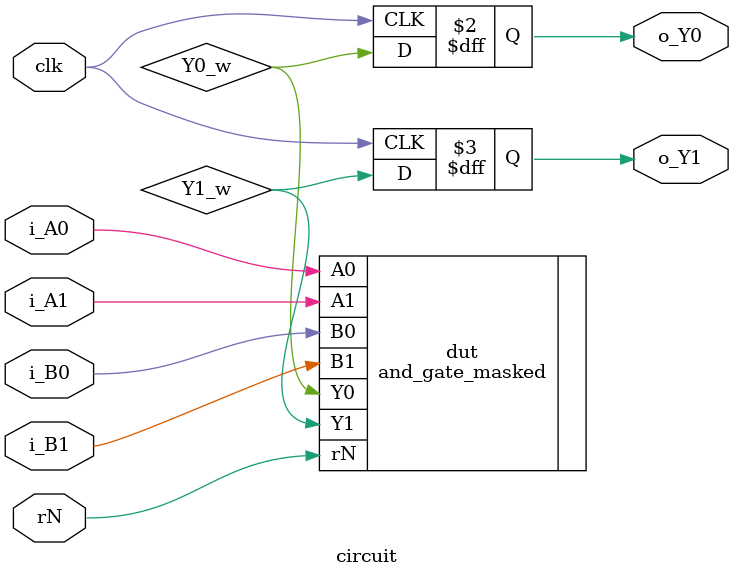
<source format=v>
module circuit (
    input  wire clk,

    input  wire i_A0,
    input  wire i_A1,
    input  wire i_B0,
    input  wire i_B1,
    input  wire rN,

    output reg  o_Y0,
    output reg  o_Y1
);

    wire Y0_w, Y1_w;

    // Instantiate masked AND gate
    and_gate_masked dut (
        .A0(i_A0),
        .A1(i_A1),
        .B0(i_B0),
        .B1(i_B1),
        .rN(rN),
        .Y0(Y0_w),
        .Y1(Y1_w)
    );

    // Register outputs (required for PROLEAD)
    always @(posedge clk) begin
        o_Y0 <= Y0_w;
        o_Y1 <= Y1_w;
    end

endmodule

</source>
